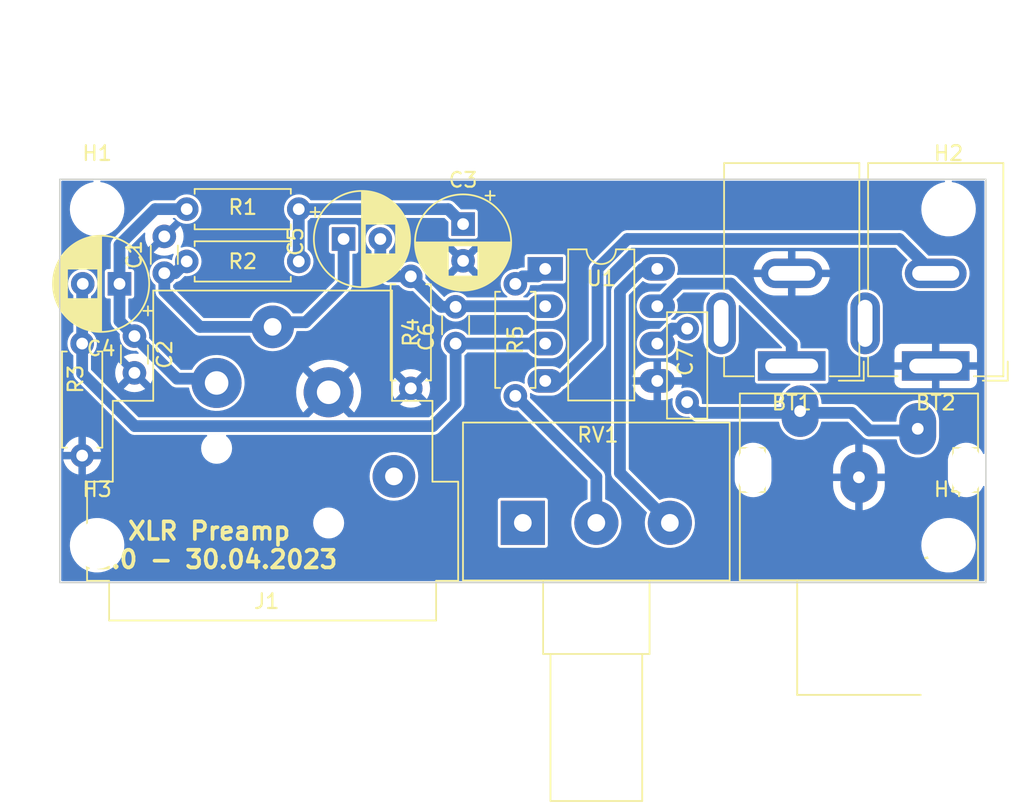
<source format=kicad_pcb>
(kicad_pcb (version 20211014) (generator pcbnew)
  (layers (0 "F.Cu" signal) (31 "B.Cu" signal) (34 "B.Paste" user) (35 "F.Paste" user) (36 "B.SilkS" user "B.Silkscreen") (37 "F.SilkS" user "F.Silkscreen") (38 "B.Mask" user) (39 "F.Mask" user) (44 "Edge.Cuts" user))
  (net 0 "")
  (net 1 "Net-(C1-Pad1)")
  (net 2 "GNDA")
  (net 3 "Net-(C2-Pad1)")
  (net 4 "Net-(C3-Pad1)")
  (net 5 "Net-(C4-Pad2)")
  (net 6 "Net-(C5-Pad2)")
  (net 8 "-15V")
  (net 9 "+15V")
  (net 10 "Net-(R5-Pad2)")
  (net 11 "Net-(R5-Pad1)")
  (net 12 "Net-(RV1-Pad3)")
  (net 13 "Net-(C7-Pad1)")
  (net 14 "Net-(C7-Pad2)")
  (footprint "MountingHole:MountingHole_3.2mm_M3_DIN965" (layer "F.Cu") (at 98.044 72.644)
    (fp_text reference "H1" (at 0 -3.8) (layer "F.SilkS"))
    (fp_text value "MountingHole")
    (pad "" np_thru_hole circle (at 0 0) (size 3.2 3.2) (drill 3.2) (layers *.Cu *.Mask))
    (pad "" np_thru_hole circle (at 0 0) (size 3.2 3.2) (drill 3.2) (layers *.Cu *.Mask))
  )
  (footprint "MountingHole:MountingHole_3.2mm_M3_DIN965" (layer "F.Cu") (at 155.956 95.504)
    (fp_text reference "H4" (at 0 -3.8) (layer "F.SilkS"))
    (fp_text value "MountingHole")
    (pad "" np_thru_hole circle (at 0 0) (size 3.2 3.2) (drill 3.2) (layers *.Cu *.Mask))
    (pad "" np_thru_hole circle (at 0 0) (size 3.2 3.2) (drill 3.2) (layers *.Cu *.Mask))
  )
  (footprint "Potentiometer_THT:Potentiometer_Alps_RK163_Single_Horizontal" (layer "F.Cu") (at 127 93.98 90)
    (fp_text reference "RV1" (at 5.98 5.1016 180) (layer "F.SilkS"))
    (fp_text value "5k")
    (pad "1" thru_hole rect (at 0 0 270) (size 3 3) (drill 1.2) (layers *.Cu *.Mask))
    (pad "2" thru_hole circle (at 0 5 270) (size 3 3) (drill 1.2) (layers *.Cu *.Mask) (net 11 "Net-(R5-Pad1)"))
    (pad "3" thru_hole circle (at 0 10 270) (size 3 3) (drill 1.2) (layers *.Cu *.Mask) (net 12 "Net-(RV1-Pad3)"))
  )
  (footprint "Resistor_THT:R_Axial_DIN0207_L6.3mm_D2.5mm_P7.62mm_Horizontal" (layer "F.Cu") (at 97.028 81.788 -90)
    (fp_text reference "R3" (at 2.41812 0.44324 90) (layer "F.SilkS"))
    (fp_text value "2k2")
    (pad "1" thru_hole circle (at 0 0 270) (size 1.6 1.6) (drill 0.8) (layers *.Cu *.Mask) (net 5 "Net-(C4-Pad2)"))
    (pad "2" thru_hole oval (at 7.62 0 270) (size 1.6 1.6) (drill 0.8) (layers *.Cu *.Mask) (net 2 "GNDA"))
  )
  (footprint "Package_DIP:DIP-8_W7.62mm_LongPads" (layer "F.Cu") (at 128.524 76.708)
    (fp_text reference "U1" (at 3.81 0.6536) (layer "F.SilkS"))
    (fp_text value "SSM2019")
    (pad "1" thru_hole rect (at 0 0) (size 2.4 1.6) (drill 0.8) (layers *.Cu *.Mask) (net 10 "Net-(R5-Pad2)"))
    (pad "2" thru_hole oval (at 0 2.54) (size 2.4 1.6) (drill 0.8) (layers *.Cu *.Mask) (net 6 "Net-(C5-Pad2)"))
    (pad "3" thru_hole oval (at 0 5.08) (size 2.4 1.6) (drill 0.8) (layers *.Cu *.Mask) (net 5 "Net-(C4-Pad2)"))
    (pad "4" thru_hole oval (at 0 7.62) (size 2.4 1.6) (drill 0.8) (layers *.Cu *.Mask) (net 8 "-15V"))
    (pad "5" thru_hole oval (at 7.62 7.62) (size 2.4 1.6) (drill 0.8) (layers *.Cu *.Mask) (net 2 "GNDA"))
    (pad "6" thru_hole oval (at 7.62 5.08) (size 2.4 1.6) (drill 0.8) (layers *.Cu *.Mask) (net 13 "Net-(C7-Pad1)"))
    (pad "7" thru_hole oval (at 7.62 2.54) (size 2.4 1.6) (drill 0.8) (layers *.Cu *.Mask) (net 9 "+15V"))
    (pad "8" thru_hole oval (at 7.62 0) (size 2.4 1.6) (drill 0.8) (layers *.Cu *.Mask) (net 12 "Net-(RV1-Pad3)"))
  )
  (footprint "Connector_BarrelJack:BarrelJack_GCT_DCJ200-10-A_Horizontal" (layer "F.Cu") (at 155.082 83.312 180)
    (fp_text reference "BT2" (at 0 -2.5) (layer "F.SilkS"))
    (fp_text value "Battery_Cell")
    (pad "1" thru_hole rect (at 0 0 180) (size 4.6 2) (drill oval 3.6 1) (layers *.Cu *.Mask) (net 2 "GNDA"))
    (pad "2" thru_hole oval (at 0 6.3 180) (size 4.2 2) (drill oval 3.2 1) (layers *.Cu *.Mask) (net 8 "-15V"))
    (pad "3" thru_hole oval (at 4.8 2.9 180) (size 2 4.2) (drill oval 1 3.2) (layers *.Cu *.Mask))
  )
  (footprint "Capacitor_THT:C_Disc_D3.0mm_W1.6mm_P2.50mm" (layer "F.Cu") (at 102.616 77 90)
    (fp_text reference "C1" (at 1.25 -2.05 90) (layer "F.SilkS"))
    (fp_text value "470p")
    (pad "1" thru_hole circle (at 0 0 90) (size 1.6 1.6) (drill 0.8) (layers *.Cu *.Mask) (net 1 "Net-(C1-Pad1)"))
    (pad "2" thru_hole circle (at 2.5 0 90) (size 1.6 1.6) (drill 0.8) (layers *.Cu *.Mask) (net 2 "GNDA"))
  )
  (footprint "Capacitor_THT:C_Rect_L7.0mm_W2.5mm_P5.00mm" (layer "F.Cu") (at 138.176 80.772 -90)
    (fp_text reference "C7" (at 2.248 0.1288 90) (layer "F.SilkS"))
    (fp_text value "1u")
    (pad "1" thru_hole circle (at 0 0 270) (size 1.6 1.6) (drill 0.8) (layers *.Cu *.Mask) (net 13 "Net-(C7-Pad1)"))
    (pad "2" thru_hole circle (at 5 0 270) (size 1.6 1.6) (drill 0.8) (layers *.Cu *.Mask) (net 14 "Net-(C7-Pad2)"))
  )
  (footprint "Capacitor_THT:CP_Radial_D6.3mm_P2.50mm" (layer "F.Cu") (at 99.568 77.724 180)
    (fp_text reference "C4" (at 1.25 -4.4) (layer "F.SilkS"))
    (fp_text value "47u")
    (pad "1" thru_hole rect (at 0 0 180) (size 1.6 1.6) (drill 0.8) (layers *.Cu *.Mask) (net 3 "Net-(C2-Pad1)"))
    (pad "2" thru_hole circle (at 2.5 0 180) (size 1.6 1.6) (drill 0.8) (layers *.Cu *.Mask) (net 5 "Net-(C4-Pad2)"))
  )
  (footprint "Resistor_THT:R_Axial_DIN0207_L6.3mm_D2.5mm_P7.62mm_Horizontal" (layer "F.Cu") (at 126.492 85.344 90)
    (fp_text reference "R5" (at 3.81 0 90) (layer "F.SilkS"))
    (fp_text value "10")
    (pad "1" thru_hole circle (at 0 0 90) (size 1.6 1.6) (drill 0.8) (layers *.Cu *.Mask) (net 11 "Net-(R5-Pad1)"))
    (pad "2" thru_hole oval (at 7.62 0 90) (size 1.6 1.6) (drill 0.8) (layers *.Cu *.Mask) (net 10 "Net-(R5-Pad2)"))
  )
  (footprint "Capacitor_THT:CP_Radial_D6.3mm_P2.50mm" (layer "F.Cu") (at 122.936 73.66 -90)
    (fp_text reference "C3" (at -3 0) (layer "F.SilkS"))
    (fp_text value "47u")
    (pad "1" thru_hole rect (at 0 0 270) (size 1.6 1.6) (drill 0.8) (layers *.Cu *.Mask) (net 4 "Net-(C3-Pad1)"))
    (pad "2" thru_hole circle (at 2.5 0 270) (size 1.6 1.6) (drill 0.8) (layers *.Cu *.Mask) (net 2 "GNDA"))
  )
  (footprint "Resistor_THT:R_Axial_DIN0207_L6.3mm_D2.5mm_P7.62mm_Horizontal" (layer "F.Cu") (at 104.14 72.644)
    (fp_text reference "R1" (at 3.81 -0.132334) (layer "F.SilkS"))
    (fp_text value "2k2")
    (pad "1" thru_hole circle (at 0 0) (size 1.6 1.6) (drill 0.8) (layers *.Cu *.Mask) (net 3 "Net-(C2-Pad1)"))
    (pad "2" thru_hole oval (at 7.62 0) (size 1.6 1.6) (drill 0.8) (layers *.Cu *.Mask) (net 4 "Net-(C3-Pad1)"))
  )
  (footprint "MountingHole:MountingHole_3.2mm_M3_DIN965" (layer "F.Cu") (at 155.956 72.644)
    (fp_text reference "H2" (at 0 -3.8) (layer "F.SilkS"))
    (fp_text value "MountingHole")
    (pad "" np_thru_hole circle (at 0 0) (size 3.2 3.2) (drill 3.2) (layers *.Cu *.Mask))
    (pad "" np_thru_hole circle (at 0 0) (size 3.2 3.2) (drill 3.2) (layers *.Cu *.Mask))
  )
  (footprint "Connector_Audio:Jack_XLR_Neutrik_NC3FAAH2_Horizontal" (layer "F.Cu") (at 113.792 85.101823 -90)
    (fp_text reference "J1" (at 14.2148 4.212 180) (layer "F.SilkS"))
    (fp_text value "XLR3_AudioJack2_Combo")
    (pad "" np_thru_hole circle (at 8.89 0 270) (size 1.6 1.6) (drill 1.6) (layers *.Cu *.Mask))
    (pad "" np_thru_hole circle (at 3.81 7.62 270) (size 1.6 1.6) (drill 1.6) (layers *.Cu *.Mask))
    (pad "1" thru_hole circle (at 0 0 270) (size 3.4 3.4) (drill 1.6) (layers *.Cu *.Mask) (net 2 "GNDA"))
    (pad "2" thru_hole circle (at -0.635 7.62 270) (size 3.4 3.4) (drill 1.6) (layers *.Cu *.Mask) (net 3 "Net-(C2-Pad1)"))
    (pad "3" thru_hole circle (at -4.45 3.81 270) (size 2.9 2.9) (drill 1.2) (layers *.Cu *.Mask) (net 1 "Net-(C1-Pad1)"))
    (pad "G" thru_hole circle (at 5.72 -4.44 270) (size 2.9 2.9) (drill 1.2) (layers *.Cu *.Mask))
  )
  (footprint "Capacitor_THT:C_Disc_D3.0mm_W1.6mm_P2.50mm" (layer "F.Cu") (at 122.428 81.788 90)
    (fp_text reference "C6" (at 0.456076 -2 90) (layer "F.SilkS"))
    (fp_text value "200p")
    (pad "1" thru_hole circle (at 0 0 90) (size 1.6 1.6) (drill 0.8) (layers *.Cu *.Mask) (net 5 "Net-(C4-Pad2)"))
    (pad "2" thru_hole circle (at 2.5 0 90) (size 1.6 1.6) (drill 0.8) (layers *.Cu *.Mask) (net 6 "Net-(C5-Pad2)"))
  )
  (footprint "Resistor_THT:R_Axial_DIN0207_L6.3mm_D2.5mm_P7.62mm_Horizontal" (layer "F.Cu") (at 119.38 84.836 90)
    (fp_text reference "R4" (at 3.81 0 90) (layer "F.SilkS"))
    (fp_text value "2k2")
    (pad "1" thru_hole circle (at 0 0 90) (size 1.6 1.6) (drill 0.8) (layers *.Cu *.Mask) (net 2 "GNDA"))
    (pad "2" thru_hole oval (at 7.62 0 90) (size 1.6 1.6) (drill 0.8) (layers *.Cu *.Mask) (net 6 "Net-(C5-Pad2)"))
  )
  (footprint "rcj-22:rcj-22" (layer "F.Cu") (at 149.86 87.884 180)
    (fp_text reference "J2" (at -5.08 -8.128) (layer "F.SilkS") (effects (font (size 0.787402 0.787402))))
    (fp_text value "RCJ-22" hide)
    (pad "" np_thru_hole oval (at 7.2 -2.5 180) (size 2 3.2) (drill oval 2 3.2) (layers F&B.Cu *.Mask))
    (pad "" np_thru_hole oval (at -7.3 -2.5 180) (size 2 3.2) (drill oval 2 3.2) (layers F&B.Cu *.Mask))
    (pad "1" thru_hole oval (at 0 -3 270) (size 3.5 2.5) (drill 0.8) (layers *.Cu *.Mask) (net 2 "GNDA"))
    (pad "2" thru_hole oval (at -4 0.3 270) (size 3.5 2.5) (drill 0.8) (layers *.Cu *.Mask) (net 14 "Net-(C7-Pad2)"))
    (pad "3" thru_hole oval (at 4 1.5 270) (size 3.5 2.5) (drill 0.8) (layers *.Cu *.Mask) (net 14 "Net-(C7-Pad2)"))
  )
  (footprint "Capacitor_THT:CP_Radial_D6.3mm_P2.50mm" (layer "F.Cu") (at 114.808 74.676)
    (fp_text reference "C5" (at -3.266754 0.179489 90) (layer "F.SilkS"))
    (fp_text value "47u")
    (pad "1" thru_hole rect (at 0 0) (size 1.6 1.6) (drill 0.8) (layers *.Cu *.Mask) (net 1 "Net-(C1-Pad1)"))
    (pad "2" thru_hole circle (at 2.5 0) (size 1.6 1.6) (drill 0.8) (layers *.Cu *.Mask) (net 6 "Net-(C5-Pad2)"))
  )
  (footprint "Capacitor_THT:C_Disc_D3.0mm_W1.6mm_P2.50mm" (layer "F.Cu") (at 100.584 81.28 -90)
    (fp_text reference "C2" (at 1.25 -2.05 90) (layer "F.SilkS"))
    (fp_text value "470p")
    (pad "1" thru_hole circle (at 0 0 270) (size 1.6 1.6) (drill 0.8) (layers *.Cu *.Mask) (net 3 "Net-(C2-Pad1)"))
    (pad "2" thru_hole circle (at 2.5 0 270) (size 1.6 1.6) (drill 0.8) (layers *.Cu *.Mask) (net 2 "GNDA"))
  )
  (footprint "Connector_BarrelJack:BarrelJack_GCT_DCJ200-10-A_Horizontal" (layer "F.Cu") (at 145.288 83.312 180)
    (fp_text reference "BT1" (at 0 -2.5) (layer "F.SilkS"))
    (fp_text value "Battery_Cell")
    (pad "1" thru_hole rect (at 0 0 180) (size 4.6 2) (drill oval 3.6 1) (layers *.Cu *.Mask) (net 9 "+15V"))
    (pad "2" thru_hole oval (at 0 6.3 180) (size 4.2 2) (drill oval 3.2 1) (layers *.Cu *.Mask) (net 2 "GNDA"))
    (pad "3" thru_hole oval (at 4.8 2.9 180) (size 2 4.2) (drill oval 1 3.2) (layers *.Cu *.Mask))
  )
  (footprint "Resistor_THT:R_Axial_DIN0207_L6.3mm_D2.5mm_P7.62mm_Horizontal" (layer "F.Cu") (at 111.76 76.2 180)
    (fp_text reference "R2" (at 3.81 0) (layer "F.SilkS"))
    (fp_text value "2k2")
    (pad "1" thru_hole circle (at 0 0 180) (size 1.6 1.6) (drill 0.8) (layers *.Cu *.Mask) (net 4 "Net-(C3-Pad1)"))
    (pad "2" thru_hole oval (at 7.62 0 180) (size 1.6 1.6) (drill 0.8) (layers *.Cu *.Mask) (net 1 "Net-(C1-Pad1)"))
  )
  (footprint "MountingHole:MountingHole_3.2mm_M3_DIN965" (layer "F.Cu") (at 98.044 95.504)
    (fp_text reference "H3" (at 0 -3.8) (layer "F.SilkS"))
    (fp_text value "MountingHole")
    (pad "" np_thru_hole circle (at 0 0) (size 3.2 3.2) (drill 3.2) (layers *.Cu *.Mask))
    (pad "" np_thru_hole circle (at 0 0) (size 3.2 3.2) (drill 3.2) (layers *.Cu *.Mask))
  )
  (gr_rect (start 95.504 70.612) (end 158.496 98.044) (layer "Edge.Cuts") (width 0.1) (fill none))
  (gr_text "XLR Preamp\nv1.0 - 30.04.2023" (at 105.664 95.504) (layer "F.SilkS") (effects (font (size 1.2 1.2) (thickness 0.25))))
  (segment (start 102.616 78.232) (end 105.035823 80.651823) (width 0.8) (layer "B.Cu") (net 1))
  (segment (start 103.34 77) (end 104.14 76.2) (width 0.8) (layer "B.Cu") (net 1))
  (segment (start 105.035823 80.651823) (end 109.982 80.651823) (width 0.8) (layer "B.Cu") (net 1))
  (segment (start 102.616 77) (end 103.34 77) (width 0.8) (layer "B.Cu") (net 1))
  (segment (start 102.616 77) (end 102.616 78.232) (width 0.8) (layer "B.Cu") (net 1))
  (segment (start 110.298623 80.3352) (end 109.982 80.651823) (width 0.8) (layer "B.Cu") (net 1))
  (segment (start 114.808 74.676) (end 114.808 77.762) (width 0.8) (layer "B.Cu") (net 1))
  (segment (start 112.2348 80.3352) (end 110.298623 80.3352) (width 0.8) (layer "B.Cu") (net 1))
  (segment (start 114.808 77.762) (end 112.2348 80.3352) (width 0.8) (layer "B.Cu") (net 1))
  (segment (start 100.584 81.28) (end 103.4796 84.1756) (width 0.8) (layer "B.Cu") (net 3))
  (segment (start 101.997508 72.644) (end 104.14 72.644) (width 0.8) (layer "B.Cu") (net 3))
  (segment (start 100.584 81.28) (end 99.568 80.264) (width 0.8) (layer "B.Cu") (net 3))
  (segment (start 99.568 80.264) (end 99.568 77.724) (width 0.8) (layer "B.Cu") (net 3))
  (segment (start 99.568 77.724) (end 99.568 75.073508) (width 0.8) (layer "B.Cu") (net 3))
  (segment (start 105.880777 84.1756) (end 106.172 84.466823) (width 0.8) (layer "B.Cu") (net 3))
  (segment (start 103.4796 84.1756) (end 105.880777 84.1756) (width 0.8) (layer "B.Cu") (net 3))
  (segment (start 99.568 75.073508) (end 101.997508 72.644) (width 0.8) (layer "B.Cu") (net 3))
  (segment (start 111.76 76.2) (end 111.76 72.644) (width 0.8) (layer "B.Cu") (net 4))
  (segment (start 121.92 72.644) (end 111.76 72.644) (width 0.8) (layer "B.Cu") (net 4))
  (segment (start 122.936 73.66) (end 121.92 72.644) (width 0.8) (layer "B.Cu") (net 4))
  (segment (start 122.428 81.788) (end 128.524 81.788) (width 0.8) (layer "B.Cu") (net 5))
  (segment (start 97.028 77.764) (end 97.028 83.82) (width 0.8) (layer "B.Cu") (net 5))
  (segment (start 122.428 85.852) (end 122.428 81.788) (width 0.8) (layer "B.Cu") (net 5))
  (segment (start 100.609823 87.401823) (end 120.878177 87.401823) (width 0.8) (layer "B.Cu") (net 5))
  (segment (start 120.878177 87.401823) (end 122.428 85.852) (width 0.8) (layer "B.Cu") (net 5))
  (segment (start 97.028 83.82) (end 100.609823 87.401823) (width 0.8) (layer "B.Cu") (net 5))
  (segment (start 97.068 77.724) (end 97.028 77.764) (width 0.8) (layer "B.Cu") (net 5))
  (segment (start 122.468 79.248) (end 128.524 79.248) (width 0.8) (layer "B.Cu") (net 6))
  (segment (start 119.38 77.216) (end 117.856 77.216) (width 0.8) (layer "B.Cu") (net 6))
  (segment (start 117.856 77.216) (end 117.308 76.668) (width 0.8) (layer "B.Cu") (net 6))
  (segment (start 122.428 79.288) (end 122.468 79.248) (width 0.8) (layer "B.Cu") (net 6))
  (segment (start 122.428 79.288) (end 121.452 79.288) (width 0.8) (layer "B.Cu") (net 6))
  (segment (start 117.308 76.668) (end 117.308 74.676) (width 0.8) (layer "B.Cu") (net 6))
  (segment (start 121.452 79.288) (end 119.38 77.216) (width 0.8) (layer "B.Cu") (net 6))
  (segment (start 154.94 77.012) (end 152.604 74.676) (width 0.8) (layer "B.Cu") (net 8))
  (segment (start 129.54 84.328) (end 128.524 84.328) (width 0.8) (layer "B.Cu") (net 8))
  (segment (start 152.604 74.676) (end 134.112 74.676) (width 0.8) (layer "B.Cu") (net 8))
  (segment (start 132.08 76.708) (end 132.08 81.788) (width 0.8) (layer "B.Cu") (net 8))
  (segment (start 134.112 74.676) (end 132.08 76.708) (width 0.8) (layer "B.Cu") (net 8))
  (segment (start 132.08 81.788) (end 129.54 84.328) (width 0.8) (layer "B.Cu") (net 8))
  (segment (start 137.68 77.712) (end 141.150742 77.712) (width 0.8) (layer "B.Cu") (net 9))
  (segment (start 136.144 79.248) (end 137.68 77.712) (width 0.8) (layer "B.Cu") (net 9))
  (segment (start 145.288 81.849258) (end 145.288 83.312) (width 0.8) (layer "B.Cu") (net 9))
  (segment (start 141.150742 77.712) (end 145.288 81.849258) (width 0.8) (layer "B.Cu") (net 9))
  (segment (start 127 77.216) (end 128.016 77.216) (width 0.8) (layer "B.Cu") (net 10))
  (segment (start 128.016 77.216) (end 128.524 76.708) (width 0.8) (layer "B.Cu") (net 10))
  (segment (start 126.492 77.724) (end 127 77.216) (width 0.8) (layer "B.Cu") (net 10))
  (segment (start 132 93.98) (end 132 90.852) (width 0.8) (layer "B.Cu") (net 11))
  (segment (start 132 90.852) (end 126.492 85.344) (width 0.8) (layer "B.Cu") (net 11))
  (segment (start 133.604 90.584) (end 137 93.98) (width 0.8) (layer "B.Cu") (net 12))
  (segment (start 136.144 76.708) (end 135.128 76.708) (width 0.8) (layer "B.Cu") (net 12))
  (segment (start 135.128 76.708) (end 133.604 78.232) (width 0.8) (layer "B.Cu") (net 12))
  (segment (start 133.604 78.232) (end 133.604 90.584) (width 0.8) (layer "B.Cu") (net 12))
  (segment (start 136.144 81.788) (end 137.16 80.772) (width 0.8) (layer "B.Cu") (net 13))
  (segment (start 137.16 80.772) (end 138.176 80.772) (width 0.8) (layer "B.Cu") (net 13))
  (segment (start 138.176 85.772) (end 138.904 86.5) (width 0.8) (layer "B.Cu") (net 14))
  (segment (start 149.36 86.5) (end 150.56 87.7) (width 0.8) (layer "B.Cu") (net 14))
  (segment (start 138.904 86.5) (end 149.36 86.5) (width 0.8) (layer "B.Cu") (net 14))
  (segment (start 150.56 87.7) (end 153.86 87.7) (width 0.8) (layer "B.Cu") (net 14))
  (zone (net 2) (net_name "GNDA") (layer "B.Cu") (connect_pads (clearance 0.1)) (min_thickness 0.1) (fill yes (thermal_gap 0.508) (thermal_bridge_width 0.508))
    (polygon (pts (xy 160.528 99.568) (xy 91.44 99.568) (xy 91.44 58.42) (xy 160.528 58.42)))
  )
)
</source>
